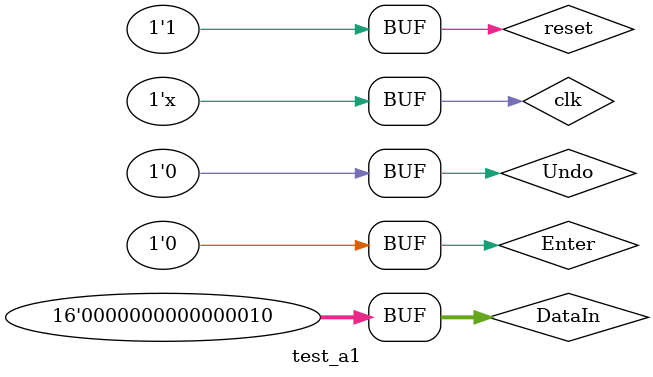
<source format=sv>
`timescale 1ns / 1ps


module test_a1();
    logic reset,clk,Enter,Undo;
    logic[15:0]DataIn;
    logic[6:0]Segments;
    logic[7:0]Anodes;
    logic[4:0]Flags;
    logic[2:0]Status;  
    
S8_actividad1 DUT(
    .resetN(reset),
    .clk(clk),
    .Enter(Enter),
    .DataIn(DataIn),
    .Undo(Undo),
    .Anodes(Anodes),
    .Segments(Segments),
    .Flags(Flags),
    .Status(Status));
    
always #5 clk=~clk;

initial begin
clk=1'b0;
reset=1'b0;
DataIn=16'd0;
Enter=0;
Undo=0;
#27
reset=1'b1;
DataIn=16'd10;
#116
Enter=1'b1;
#116
Enter=1'b0;
#116
DataIn=16'd5;
#116
Enter=1'b1;
#116
Enter=1'b0;
#116
Undo=1'b1;
#116
Undo=1'b0;
#116
DataIn=16'd2;
#116
Enter=1'b1;
#116
Enter=1'b0;
#116
DataIn=16'd2;
#116
Enter=1'b1;
#116
Enter=1'b0;
end
endmodule

</source>
